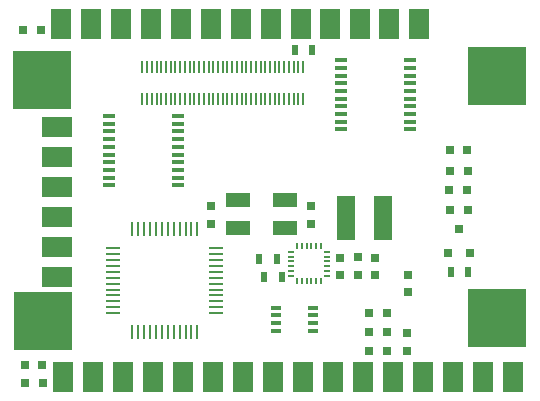
<source format=gbr>
G04 #@! TF.FileFunction,Paste,Top*
%FSLAX46Y46*%
G04 Gerber Fmt 4.6, Leading zero omitted, Abs format (unit mm)*
G04 Created by KiCad (PCBNEW 4.0.2-stable) date 6/7/2016 9:19:05 AM*
%MOMM*%
G01*
G04 APERTURE LIST*
%ADD10C,0.100000*%
%ADD11R,0.500000X0.900000*%
%ADD12R,1.600000X3.700000*%
%ADD13R,0.800000X0.750000*%
%ADD14R,0.750000X0.800000*%
%ADD15R,0.797560X0.797560*%
%ADD16R,2.500000X1.700000*%
%ADD17R,1.700000X2.500000*%
%ADD18R,0.800100X0.800100*%
%ADD19R,0.990600X0.304800*%
%ADD20R,0.600000X0.230000*%
%ADD21R,0.230000X0.600000*%
%ADD22R,0.250000X1.300000*%
%ADD23R,1.300000X0.250000*%
%ADD24R,2.000000X1.300000*%
%ADD25R,0.198120X1.137920*%
%ADD26R,0.812800X0.355600*%
%ADD27R,5.000000X5.000000*%
G04 APERTURE END LIST*
D10*
D11*
X63380000Y-80690000D03*
X64880000Y-80690000D03*
X63790000Y-82170000D03*
X65290000Y-82170000D03*
D12*
X70710000Y-77190000D03*
X73910000Y-77190000D03*
D13*
X72710000Y-86820000D03*
X74210000Y-86820000D03*
X81040000Y-73180000D03*
X79540000Y-73180000D03*
X81080000Y-76540000D03*
X79580000Y-76540000D03*
X81020000Y-71440000D03*
X79520000Y-71440000D03*
X79482619Y-74825000D03*
X80982619Y-74825000D03*
D14*
X75970000Y-83480000D03*
X75970000Y-81980000D03*
X73210000Y-82040000D03*
X73210000Y-80540000D03*
X70200000Y-82040000D03*
X70200000Y-80540000D03*
D13*
X72710000Y-88450000D03*
X74210000Y-88450000D03*
X72720000Y-85190000D03*
X74220000Y-85190000D03*
D14*
X71750000Y-80520000D03*
X71750000Y-82020000D03*
X75930000Y-86900000D03*
X75930000Y-88400000D03*
X67750000Y-77670000D03*
X67750000Y-76170000D03*
X59340000Y-76200000D03*
X59340000Y-77700000D03*
D15*
X43400700Y-61300000D03*
X44899300Y-61300000D03*
X45029300Y-89630000D03*
X43530700Y-89630000D03*
X45049300Y-91150000D03*
X43550700Y-91150000D03*
D16*
X46275000Y-69485000D03*
X46275000Y-72025000D03*
X46275000Y-82185000D03*
X46275000Y-74565000D03*
X46275000Y-77105000D03*
X46275000Y-79645000D03*
D17*
X66900000Y-60755000D03*
X56740000Y-60755000D03*
X64360000Y-60755000D03*
X61820000Y-60755000D03*
X59280000Y-60755000D03*
X46600000Y-60775000D03*
X54220000Y-60775000D03*
X51680000Y-60775000D03*
X49140000Y-60775000D03*
X84890000Y-90615000D03*
X82350000Y-90615000D03*
X79810000Y-90615000D03*
X77270000Y-90615000D03*
X74730000Y-90615000D03*
X72190000Y-90615000D03*
X69650000Y-90615000D03*
X67110000Y-90615000D03*
X64570000Y-90615000D03*
X62030000Y-90615000D03*
X59490000Y-90615000D03*
X56950000Y-90615000D03*
X46790000Y-90615000D03*
X54410000Y-90615000D03*
X51870000Y-90615000D03*
X49330000Y-90615000D03*
X69346000Y-60767000D03*
X71886000Y-60767000D03*
D18*
X79350000Y-80150760D03*
X81250000Y-80150760D03*
X80300000Y-78151780D03*
D11*
X66380000Y-62940000D03*
X67880000Y-62940000D03*
X81100000Y-81750000D03*
X79600000Y-81750000D03*
D19*
X70312200Y-63825000D03*
X70312200Y-64475000D03*
X70312200Y-65125000D03*
X70312200Y-65775000D03*
X70312200Y-66425000D03*
X70312200Y-67075000D03*
X70312200Y-67725000D03*
X70312200Y-68375000D03*
X76147800Y-68375000D03*
X76147800Y-67725000D03*
X76147800Y-67075000D03*
X76147800Y-66425000D03*
X76147800Y-65775000D03*
X76147800Y-65125000D03*
X76147800Y-64475000D03*
X76147800Y-63825000D03*
X70312200Y-69025000D03*
X70312200Y-69675000D03*
X76147800Y-69025000D03*
X76147800Y-69675000D03*
X56537800Y-74405000D03*
X56537800Y-73755000D03*
X56537800Y-73105000D03*
X56537800Y-72455000D03*
X56537800Y-71805000D03*
X56537800Y-71155000D03*
X56537800Y-70505000D03*
X56537800Y-69855000D03*
X50702200Y-69855000D03*
X50702200Y-70505000D03*
X50702200Y-71155000D03*
X50702200Y-71805000D03*
X50702200Y-72455000D03*
X50702200Y-73105000D03*
X50702200Y-73755000D03*
X50702200Y-74405000D03*
X56537800Y-69205000D03*
X56537800Y-68555000D03*
X50702200Y-69205000D03*
X50702200Y-68555000D03*
D20*
X66110000Y-80050000D03*
X66110000Y-80450000D03*
X66110000Y-80850000D03*
X66110000Y-81250000D03*
X66110000Y-81650000D03*
X66110000Y-82050000D03*
D21*
X66610000Y-82550000D03*
X67010000Y-82550000D03*
X67410000Y-82550000D03*
X67810000Y-82550000D03*
X68210000Y-82550000D03*
X68610000Y-82550000D03*
D20*
X69110000Y-82050000D03*
X69110000Y-81650000D03*
X69110000Y-81250000D03*
X69110000Y-80850000D03*
X69110000Y-80450000D03*
X69110000Y-80050000D03*
D21*
X68610000Y-79550000D03*
X68210000Y-79550000D03*
X67810000Y-79550000D03*
X67410000Y-79550000D03*
X67010000Y-79550000D03*
X66610000Y-79550000D03*
D22*
X52650000Y-86840000D03*
X53150000Y-86840000D03*
X53650000Y-86840000D03*
X54150000Y-86840000D03*
X54650000Y-86840000D03*
X55150000Y-86840000D03*
X55650000Y-86840000D03*
X56150000Y-86840000D03*
X56650000Y-86840000D03*
X57150000Y-86840000D03*
X57650000Y-86840000D03*
X58150000Y-86840000D03*
D23*
X59750000Y-85240000D03*
X59750000Y-84740000D03*
X59750000Y-84240000D03*
X59750000Y-83740000D03*
X59750000Y-83240000D03*
X59750000Y-82740000D03*
X59750000Y-82240000D03*
X59750000Y-81740000D03*
X59750000Y-81240000D03*
X59750000Y-80740000D03*
X59750000Y-80240000D03*
X59750000Y-79740000D03*
D22*
X58150000Y-78140000D03*
X57650000Y-78140000D03*
X57150000Y-78140000D03*
X56650000Y-78140000D03*
X56150000Y-78140000D03*
X55650000Y-78140000D03*
X55150000Y-78140000D03*
X54650000Y-78140000D03*
X54150000Y-78140000D03*
X53650000Y-78140000D03*
X53150000Y-78140000D03*
X52650000Y-78140000D03*
D23*
X51050000Y-79740000D03*
X51050000Y-80240000D03*
X51050000Y-80740000D03*
X51050000Y-81240000D03*
X51050000Y-81740000D03*
X51050000Y-82240000D03*
X51050000Y-82740000D03*
X51050000Y-83240000D03*
X51050000Y-83740000D03*
X51050000Y-84240000D03*
X51050000Y-84740000D03*
X51050000Y-85240000D03*
D24*
X61560000Y-78060000D03*
X65560000Y-78060000D03*
X65560000Y-75660000D03*
X61560000Y-75660000D03*
D25*
X53497680Y-64428660D03*
X53497680Y-67067720D03*
X53899000Y-64428660D03*
X53899000Y-67067720D03*
X54297780Y-64428660D03*
X54297780Y-67067720D03*
X54699100Y-64428660D03*
X54699100Y-67067720D03*
X55097880Y-64428660D03*
X55097880Y-67067720D03*
X55499200Y-64428660D03*
X55499200Y-67067720D03*
X55897980Y-64428660D03*
X55897980Y-67067720D03*
X56299300Y-64428660D03*
X56299300Y-67067720D03*
X56698080Y-64428660D03*
X56698080Y-67067720D03*
X57099400Y-64428660D03*
X57099400Y-67067720D03*
X57498180Y-64428660D03*
X57498180Y-67067720D03*
X57899500Y-64428660D03*
X57899500Y-67067720D03*
X58298280Y-64428660D03*
X58298280Y-67067720D03*
X58699600Y-64428660D03*
X58699600Y-67067720D03*
X59098380Y-64428660D03*
X59098380Y-67067720D03*
X59499700Y-64428660D03*
X59499700Y-67067720D03*
X59898480Y-64428660D03*
X59898480Y-67067720D03*
X60299800Y-64428660D03*
X60299800Y-67067720D03*
X60698580Y-64428660D03*
X60698580Y-67067720D03*
X61099900Y-64428660D03*
X61099900Y-67067720D03*
X61498680Y-64428660D03*
X61498680Y-67067720D03*
X61900000Y-64428660D03*
X61900000Y-67067720D03*
X62298780Y-64428660D03*
X62298780Y-67067720D03*
X62697560Y-64428660D03*
X62697560Y-67067720D03*
X63098880Y-64428660D03*
X63098880Y-67067720D03*
X63497660Y-64428660D03*
X63497660Y-67067720D03*
X63898980Y-64428660D03*
X63898980Y-67067720D03*
X64297760Y-64428660D03*
X64297760Y-67067720D03*
X64699080Y-64428660D03*
X64699080Y-67067720D03*
X65097860Y-64428660D03*
X65097860Y-67067720D03*
X65499180Y-64428660D03*
X65499180Y-67067720D03*
X65897960Y-64428660D03*
X65897960Y-67067720D03*
X66299280Y-64428660D03*
X66299280Y-67067720D03*
X66698060Y-64428660D03*
X66698060Y-67067720D03*
X67099380Y-64428660D03*
X67099380Y-67067720D03*
D26*
X67919400Y-86740600D03*
X67919400Y-86080200D03*
X67919400Y-85419800D03*
X67919400Y-84759400D03*
X64820600Y-84759400D03*
X64820600Y-85419800D03*
X64820600Y-86080200D03*
X64820600Y-86740600D03*
D27*
X45030000Y-65480000D03*
X45110000Y-85930000D03*
X83560000Y-65150000D03*
X83510000Y-85660000D03*
D17*
X74360000Y-60775000D03*
X76900000Y-60775000D03*
M02*

</source>
